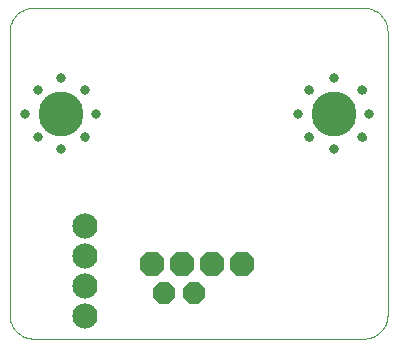
<source format=gbs>
G75*
%MOIN*%
%OFA0B0*%
%FSLAX24Y24*%
%IPPOS*%
%LPD*%
%AMOC8*
5,1,8,0,0,1.08239X$1,22.5*
%
%ADD10C,0.0000*%
%ADD11C,0.0010*%
%ADD12C,0.1497*%
%ADD13OC8,0.0828*%
%ADD14C,0.0316*%
%ADD15OC8,0.0740*%
%ADD16C,0.0840*%
D10*
X000105Y000892D02*
X000105Y010341D01*
X000892Y011129D02*
X011916Y011129D01*
X012703Y010341D02*
X012703Y000892D01*
X011916Y000105D02*
X000892Y000105D01*
X001687Y006424D02*
X001689Y006445D01*
X001695Y006465D01*
X001704Y006485D01*
X001716Y006502D01*
X001731Y006516D01*
X001749Y006528D01*
X001769Y006536D01*
X001789Y006541D01*
X001810Y006542D01*
X001831Y006539D01*
X001851Y006533D01*
X001870Y006522D01*
X001887Y006509D01*
X001900Y006493D01*
X001911Y006475D01*
X001919Y006455D01*
X001923Y006435D01*
X001923Y006413D01*
X001919Y006393D01*
X001911Y006373D01*
X001900Y006355D01*
X001887Y006339D01*
X001870Y006326D01*
X001851Y006315D01*
X001831Y006309D01*
X001810Y006306D01*
X001789Y006307D01*
X001769Y006312D01*
X001749Y006320D01*
X001731Y006332D01*
X001716Y006346D01*
X001704Y006363D01*
X001695Y006383D01*
X001689Y006403D01*
X001687Y006424D01*
X000922Y006818D02*
X000924Y006839D01*
X000930Y006859D01*
X000939Y006879D01*
X000951Y006896D01*
X000966Y006910D01*
X000984Y006922D01*
X001004Y006930D01*
X001024Y006935D01*
X001045Y006936D01*
X001066Y006933D01*
X001086Y006927D01*
X001105Y006916D01*
X001122Y006903D01*
X001135Y006887D01*
X001146Y006869D01*
X001154Y006849D01*
X001158Y006829D01*
X001158Y006807D01*
X001154Y006787D01*
X001146Y006767D01*
X001135Y006749D01*
X001122Y006733D01*
X001105Y006720D01*
X001086Y006709D01*
X001066Y006703D01*
X001045Y006700D01*
X001024Y006701D01*
X001004Y006706D01*
X000984Y006714D01*
X000966Y006726D01*
X000951Y006740D01*
X000939Y006757D01*
X000930Y006777D01*
X000924Y006797D01*
X000922Y006818D01*
X000506Y007605D02*
X000508Y007626D01*
X000514Y007646D01*
X000523Y007666D01*
X000535Y007683D01*
X000550Y007697D01*
X000568Y007709D01*
X000588Y007717D01*
X000608Y007722D01*
X000629Y007723D01*
X000650Y007720D01*
X000670Y007714D01*
X000689Y007703D01*
X000706Y007690D01*
X000719Y007674D01*
X000730Y007656D01*
X000738Y007636D01*
X000742Y007616D01*
X000742Y007594D01*
X000738Y007574D01*
X000730Y007554D01*
X000719Y007536D01*
X000706Y007520D01*
X000689Y007507D01*
X000670Y007496D01*
X000650Y007490D01*
X000629Y007487D01*
X000608Y007488D01*
X000588Y007493D01*
X000568Y007501D01*
X000550Y007513D01*
X000535Y007527D01*
X000523Y007544D01*
X000514Y007564D01*
X000508Y007584D01*
X000506Y007605D01*
X000922Y008392D02*
X000924Y008413D01*
X000930Y008433D01*
X000939Y008453D01*
X000951Y008470D01*
X000966Y008484D01*
X000984Y008496D01*
X001004Y008504D01*
X001024Y008509D01*
X001045Y008510D01*
X001066Y008507D01*
X001086Y008501D01*
X001105Y008490D01*
X001122Y008477D01*
X001135Y008461D01*
X001146Y008443D01*
X001154Y008423D01*
X001158Y008403D01*
X001158Y008381D01*
X001154Y008361D01*
X001146Y008341D01*
X001135Y008323D01*
X001122Y008307D01*
X001105Y008294D01*
X001086Y008283D01*
X001066Y008277D01*
X001045Y008274D01*
X001024Y008275D01*
X001004Y008280D01*
X000984Y008288D01*
X000966Y008300D01*
X000951Y008314D01*
X000939Y008331D01*
X000930Y008351D01*
X000924Y008371D01*
X000922Y008392D01*
X001687Y008786D02*
X001689Y008807D01*
X001695Y008827D01*
X001704Y008847D01*
X001716Y008864D01*
X001731Y008878D01*
X001749Y008890D01*
X001769Y008898D01*
X001789Y008903D01*
X001810Y008904D01*
X001831Y008901D01*
X001851Y008895D01*
X001870Y008884D01*
X001887Y008871D01*
X001900Y008855D01*
X001911Y008837D01*
X001919Y008817D01*
X001923Y008797D01*
X001923Y008775D01*
X001919Y008755D01*
X001911Y008735D01*
X001900Y008717D01*
X001887Y008701D01*
X001870Y008688D01*
X001851Y008677D01*
X001831Y008671D01*
X001810Y008668D01*
X001789Y008669D01*
X001769Y008674D01*
X001749Y008682D01*
X001731Y008694D01*
X001716Y008708D01*
X001704Y008725D01*
X001695Y008745D01*
X001689Y008765D01*
X001687Y008786D01*
X002497Y008392D02*
X002499Y008413D01*
X002505Y008433D01*
X002514Y008453D01*
X002526Y008470D01*
X002541Y008484D01*
X002559Y008496D01*
X002579Y008504D01*
X002599Y008509D01*
X002620Y008510D01*
X002641Y008507D01*
X002661Y008501D01*
X002680Y008490D01*
X002697Y008477D01*
X002710Y008461D01*
X002721Y008443D01*
X002729Y008423D01*
X002733Y008403D01*
X002733Y008381D01*
X002729Y008361D01*
X002721Y008341D01*
X002710Y008323D01*
X002697Y008307D01*
X002680Y008294D01*
X002661Y008283D01*
X002641Y008277D01*
X002620Y008274D01*
X002599Y008275D01*
X002579Y008280D01*
X002559Y008288D01*
X002541Y008300D01*
X002526Y008314D01*
X002514Y008331D01*
X002505Y008351D01*
X002499Y008371D01*
X002497Y008392D01*
X002868Y007605D02*
X002870Y007626D01*
X002876Y007646D01*
X002885Y007666D01*
X002897Y007683D01*
X002912Y007697D01*
X002930Y007709D01*
X002950Y007717D01*
X002970Y007722D01*
X002991Y007723D01*
X003012Y007720D01*
X003032Y007714D01*
X003051Y007703D01*
X003068Y007690D01*
X003081Y007674D01*
X003092Y007656D01*
X003100Y007636D01*
X003104Y007616D01*
X003104Y007594D01*
X003100Y007574D01*
X003092Y007554D01*
X003081Y007536D01*
X003068Y007520D01*
X003051Y007507D01*
X003032Y007496D01*
X003012Y007490D01*
X002991Y007487D01*
X002970Y007488D01*
X002950Y007493D01*
X002930Y007501D01*
X002912Y007513D01*
X002897Y007527D01*
X002885Y007544D01*
X002876Y007564D01*
X002870Y007584D01*
X002868Y007605D01*
X002497Y006818D02*
X002499Y006839D01*
X002505Y006859D01*
X002514Y006879D01*
X002526Y006896D01*
X002541Y006910D01*
X002559Y006922D01*
X002579Y006930D01*
X002599Y006935D01*
X002620Y006936D01*
X002641Y006933D01*
X002661Y006927D01*
X002680Y006916D01*
X002697Y006903D01*
X002710Y006887D01*
X002721Y006869D01*
X002729Y006849D01*
X002733Y006829D01*
X002733Y006807D01*
X002729Y006787D01*
X002721Y006767D01*
X002710Y006749D01*
X002697Y006733D01*
X002680Y006720D01*
X002661Y006709D01*
X002641Y006703D01*
X002620Y006700D01*
X002599Y006701D01*
X002579Y006706D01*
X002559Y006714D01*
X002541Y006726D01*
X002526Y006740D01*
X002514Y006757D01*
X002505Y006777D01*
X002499Y006797D01*
X002497Y006818D01*
X001096Y007605D02*
X001098Y007658D01*
X001104Y007711D01*
X001114Y007763D01*
X001127Y007814D01*
X001145Y007864D01*
X001166Y007913D01*
X001191Y007960D01*
X001219Y008004D01*
X001251Y008047D01*
X001285Y008087D01*
X001323Y008125D01*
X001363Y008159D01*
X001406Y008191D01*
X001451Y008219D01*
X001497Y008244D01*
X001546Y008265D01*
X001596Y008283D01*
X001647Y008296D01*
X001699Y008306D01*
X001752Y008312D01*
X001805Y008314D01*
X001858Y008312D01*
X001911Y008306D01*
X001963Y008296D01*
X002014Y008283D01*
X002064Y008265D01*
X002113Y008244D01*
X002160Y008219D01*
X002204Y008191D01*
X002247Y008159D01*
X002287Y008125D01*
X002325Y008087D01*
X002359Y008047D01*
X002391Y008004D01*
X002419Y007959D01*
X002444Y007913D01*
X002465Y007864D01*
X002483Y007814D01*
X002496Y007763D01*
X002506Y007711D01*
X002512Y007658D01*
X002514Y007605D01*
X002512Y007552D01*
X002506Y007499D01*
X002496Y007447D01*
X002483Y007396D01*
X002465Y007346D01*
X002444Y007297D01*
X002419Y007250D01*
X002391Y007206D01*
X002359Y007163D01*
X002325Y007123D01*
X002287Y007085D01*
X002247Y007051D01*
X002204Y007019D01*
X002159Y006991D01*
X002113Y006966D01*
X002064Y006945D01*
X002014Y006927D01*
X001963Y006914D01*
X001911Y006904D01*
X001858Y006898D01*
X001805Y006896D01*
X001752Y006898D01*
X001699Y006904D01*
X001647Y006914D01*
X001596Y006927D01*
X001546Y006945D01*
X001497Y006966D01*
X001450Y006991D01*
X001406Y007019D01*
X001363Y007051D01*
X001323Y007085D01*
X001285Y007123D01*
X001251Y007163D01*
X001219Y007206D01*
X001191Y007251D01*
X001166Y007297D01*
X001145Y007346D01*
X001127Y007396D01*
X001114Y007447D01*
X001104Y007499D01*
X001098Y007552D01*
X001096Y007605D01*
X009606Y007605D02*
X009608Y007626D01*
X009614Y007646D01*
X009623Y007666D01*
X009635Y007683D01*
X009650Y007697D01*
X009668Y007709D01*
X009688Y007717D01*
X009708Y007722D01*
X009729Y007723D01*
X009750Y007720D01*
X009770Y007714D01*
X009789Y007703D01*
X009806Y007690D01*
X009819Y007674D01*
X009830Y007656D01*
X009838Y007636D01*
X009842Y007616D01*
X009842Y007594D01*
X009838Y007574D01*
X009830Y007554D01*
X009819Y007536D01*
X009806Y007520D01*
X009789Y007507D01*
X009770Y007496D01*
X009750Y007490D01*
X009729Y007487D01*
X009708Y007488D01*
X009688Y007493D01*
X009668Y007501D01*
X009650Y007513D01*
X009635Y007527D01*
X009623Y007544D01*
X009614Y007564D01*
X009608Y007584D01*
X009606Y007605D01*
X009977Y006818D02*
X009979Y006839D01*
X009985Y006859D01*
X009994Y006879D01*
X010006Y006896D01*
X010021Y006910D01*
X010039Y006922D01*
X010059Y006930D01*
X010079Y006935D01*
X010100Y006936D01*
X010121Y006933D01*
X010141Y006927D01*
X010160Y006916D01*
X010177Y006903D01*
X010190Y006887D01*
X010201Y006869D01*
X010209Y006849D01*
X010213Y006829D01*
X010213Y006807D01*
X010209Y006787D01*
X010201Y006767D01*
X010190Y006749D01*
X010177Y006733D01*
X010160Y006720D01*
X010141Y006709D01*
X010121Y006703D01*
X010100Y006700D01*
X010079Y006701D01*
X010059Y006706D01*
X010039Y006714D01*
X010021Y006726D01*
X010006Y006740D01*
X009994Y006757D01*
X009985Y006777D01*
X009979Y006797D01*
X009977Y006818D01*
X010787Y006424D02*
X010789Y006445D01*
X010795Y006465D01*
X010804Y006485D01*
X010816Y006502D01*
X010831Y006516D01*
X010849Y006528D01*
X010869Y006536D01*
X010889Y006541D01*
X010910Y006542D01*
X010931Y006539D01*
X010951Y006533D01*
X010970Y006522D01*
X010987Y006509D01*
X011000Y006493D01*
X011011Y006475D01*
X011019Y006455D01*
X011023Y006435D01*
X011023Y006413D01*
X011019Y006393D01*
X011011Y006373D01*
X011000Y006355D01*
X010987Y006339D01*
X010970Y006326D01*
X010951Y006315D01*
X010931Y006309D01*
X010910Y006306D01*
X010889Y006307D01*
X010869Y006312D01*
X010849Y006320D01*
X010831Y006332D01*
X010816Y006346D01*
X010804Y006363D01*
X010795Y006383D01*
X010789Y006403D01*
X010787Y006424D01*
X010196Y007605D02*
X010198Y007658D01*
X010204Y007711D01*
X010214Y007763D01*
X010227Y007814D01*
X010245Y007864D01*
X010266Y007913D01*
X010291Y007960D01*
X010319Y008004D01*
X010351Y008047D01*
X010385Y008087D01*
X010423Y008125D01*
X010463Y008159D01*
X010506Y008191D01*
X010551Y008219D01*
X010597Y008244D01*
X010646Y008265D01*
X010696Y008283D01*
X010747Y008296D01*
X010799Y008306D01*
X010852Y008312D01*
X010905Y008314D01*
X010958Y008312D01*
X011011Y008306D01*
X011063Y008296D01*
X011114Y008283D01*
X011164Y008265D01*
X011213Y008244D01*
X011260Y008219D01*
X011304Y008191D01*
X011347Y008159D01*
X011387Y008125D01*
X011425Y008087D01*
X011459Y008047D01*
X011491Y008004D01*
X011519Y007959D01*
X011544Y007913D01*
X011565Y007864D01*
X011583Y007814D01*
X011596Y007763D01*
X011606Y007711D01*
X011612Y007658D01*
X011614Y007605D01*
X011612Y007552D01*
X011606Y007499D01*
X011596Y007447D01*
X011583Y007396D01*
X011565Y007346D01*
X011544Y007297D01*
X011519Y007250D01*
X011491Y007206D01*
X011459Y007163D01*
X011425Y007123D01*
X011387Y007085D01*
X011347Y007051D01*
X011304Y007019D01*
X011259Y006991D01*
X011213Y006966D01*
X011164Y006945D01*
X011114Y006927D01*
X011063Y006914D01*
X011011Y006904D01*
X010958Y006898D01*
X010905Y006896D01*
X010852Y006898D01*
X010799Y006904D01*
X010747Y006914D01*
X010696Y006927D01*
X010646Y006945D01*
X010597Y006966D01*
X010550Y006991D01*
X010506Y007019D01*
X010463Y007051D01*
X010423Y007085D01*
X010385Y007123D01*
X010351Y007163D01*
X010319Y007206D01*
X010291Y007251D01*
X010266Y007297D01*
X010245Y007346D01*
X010227Y007396D01*
X010214Y007447D01*
X010204Y007499D01*
X010198Y007552D01*
X010196Y007605D01*
X009977Y008392D02*
X009979Y008413D01*
X009985Y008433D01*
X009994Y008453D01*
X010006Y008470D01*
X010021Y008484D01*
X010039Y008496D01*
X010059Y008504D01*
X010079Y008509D01*
X010100Y008510D01*
X010121Y008507D01*
X010141Y008501D01*
X010160Y008490D01*
X010177Y008477D01*
X010190Y008461D01*
X010201Y008443D01*
X010209Y008423D01*
X010213Y008403D01*
X010213Y008381D01*
X010209Y008361D01*
X010201Y008341D01*
X010190Y008323D01*
X010177Y008307D01*
X010160Y008294D01*
X010141Y008283D01*
X010121Y008277D01*
X010100Y008274D01*
X010079Y008275D01*
X010059Y008280D01*
X010039Y008288D01*
X010021Y008300D01*
X010006Y008314D01*
X009994Y008331D01*
X009985Y008351D01*
X009979Y008371D01*
X009977Y008392D01*
X010787Y008786D02*
X010789Y008807D01*
X010795Y008827D01*
X010804Y008847D01*
X010816Y008864D01*
X010831Y008878D01*
X010849Y008890D01*
X010869Y008898D01*
X010889Y008903D01*
X010910Y008904D01*
X010931Y008901D01*
X010951Y008895D01*
X010970Y008884D01*
X010987Y008871D01*
X011000Y008855D01*
X011011Y008837D01*
X011019Y008817D01*
X011023Y008797D01*
X011023Y008775D01*
X011019Y008755D01*
X011011Y008735D01*
X011000Y008717D01*
X010987Y008701D01*
X010970Y008688D01*
X010951Y008677D01*
X010931Y008671D01*
X010910Y008668D01*
X010889Y008669D01*
X010869Y008674D01*
X010849Y008682D01*
X010831Y008694D01*
X010816Y008708D01*
X010804Y008725D01*
X010795Y008745D01*
X010789Y008765D01*
X010787Y008786D01*
X011749Y008392D02*
X011751Y008413D01*
X011757Y008433D01*
X011766Y008453D01*
X011778Y008470D01*
X011793Y008484D01*
X011811Y008496D01*
X011831Y008504D01*
X011851Y008509D01*
X011872Y008510D01*
X011893Y008507D01*
X011913Y008501D01*
X011932Y008490D01*
X011949Y008477D01*
X011962Y008461D01*
X011973Y008443D01*
X011981Y008423D01*
X011985Y008403D01*
X011985Y008381D01*
X011981Y008361D01*
X011973Y008341D01*
X011962Y008323D01*
X011949Y008307D01*
X011932Y008294D01*
X011913Y008283D01*
X011893Y008277D01*
X011872Y008274D01*
X011851Y008275D01*
X011831Y008280D01*
X011811Y008288D01*
X011793Y008300D01*
X011778Y008314D01*
X011766Y008331D01*
X011757Y008351D01*
X011751Y008371D01*
X011749Y008392D01*
X011968Y007605D02*
X011970Y007626D01*
X011976Y007646D01*
X011985Y007666D01*
X011997Y007683D01*
X012012Y007697D01*
X012030Y007709D01*
X012050Y007717D01*
X012070Y007722D01*
X012091Y007723D01*
X012112Y007720D01*
X012132Y007714D01*
X012151Y007703D01*
X012168Y007690D01*
X012181Y007674D01*
X012192Y007656D01*
X012200Y007636D01*
X012204Y007616D01*
X012204Y007594D01*
X012200Y007574D01*
X012192Y007554D01*
X012181Y007536D01*
X012168Y007520D01*
X012151Y007507D01*
X012132Y007496D01*
X012112Y007490D01*
X012091Y007487D01*
X012070Y007488D01*
X012050Y007493D01*
X012030Y007501D01*
X012012Y007513D01*
X011997Y007527D01*
X011985Y007544D01*
X011976Y007564D01*
X011970Y007584D01*
X011968Y007605D01*
X011749Y006818D02*
X011751Y006839D01*
X011757Y006859D01*
X011766Y006879D01*
X011778Y006896D01*
X011793Y006910D01*
X011811Y006922D01*
X011831Y006930D01*
X011851Y006935D01*
X011872Y006936D01*
X011893Y006933D01*
X011913Y006927D01*
X011932Y006916D01*
X011949Y006903D01*
X011962Y006887D01*
X011973Y006869D01*
X011981Y006849D01*
X011985Y006829D01*
X011985Y006807D01*
X011981Y006787D01*
X011973Y006767D01*
X011962Y006749D01*
X011949Y006733D01*
X011932Y006720D01*
X011913Y006709D01*
X011893Y006703D01*
X011872Y006700D01*
X011851Y006701D01*
X011831Y006706D01*
X011811Y006714D01*
X011793Y006726D01*
X011778Y006740D01*
X011766Y006757D01*
X011757Y006777D01*
X011751Y006797D01*
X011749Y006818D01*
D11*
X012703Y010341D02*
X012701Y010395D01*
X012696Y010448D01*
X012687Y010501D01*
X012674Y010553D01*
X012658Y010605D01*
X012638Y010655D01*
X012615Y010703D01*
X012588Y010750D01*
X012559Y010795D01*
X012526Y010838D01*
X012491Y010878D01*
X012453Y010916D01*
X012413Y010951D01*
X012370Y010984D01*
X012325Y011013D01*
X012278Y011040D01*
X012230Y011063D01*
X012180Y011083D01*
X012128Y011099D01*
X012076Y011112D01*
X012023Y011121D01*
X011970Y011126D01*
X011916Y011128D01*
X012703Y000892D02*
X012701Y000838D01*
X012696Y000785D01*
X012687Y000732D01*
X012674Y000680D01*
X012658Y000628D01*
X012638Y000578D01*
X012615Y000530D01*
X012588Y000483D01*
X012559Y000438D01*
X012526Y000395D01*
X012491Y000355D01*
X012453Y000317D01*
X012413Y000282D01*
X012370Y000249D01*
X012325Y000220D01*
X012278Y000193D01*
X012230Y000170D01*
X012180Y000150D01*
X012128Y000134D01*
X012076Y000121D01*
X012023Y000112D01*
X011970Y000107D01*
X011916Y000105D01*
X000892Y000105D02*
X000838Y000107D01*
X000785Y000112D01*
X000732Y000121D01*
X000680Y000134D01*
X000628Y000150D01*
X000578Y000170D01*
X000530Y000193D01*
X000483Y000220D01*
X000438Y000249D01*
X000395Y000282D01*
X000355Y000317D01*
X000317Y000355D01*
X000282Y000395D01*
X000249Y000438D01*
X000220Y000483D01*
X000193Y000530D01*
X000170Y000578D01*
X000150Y000628D01*
X000134Y000680D01*
X000121Y000732D01*
X000112Y000785D01*
X000107Y000838D01*
X000105Y000892D01*
X000105Y010341D02*
X000107Y010395D01*
X000112Y010448D01*
X000121Y010501D01*
X000134Y010553D01*
X000150Y010605D01*
X000170Y010655D01*
X000193Y010703D01*
X000220Y010750D01*
X000249Y010795D01*
X000282Y010838D01*
X000317Y010878D01*
X000355Y010916D01*
X000395Y010951D01*
X000438Y010984D01*
X000483Y011013D01*
X000530Y011040D01*
X000578Y011063D01*
X000628Y011083D01*
X000680Y011099D01*
X000732Y011112D01*
X000785Y011121D01*
X000838Y011126D01*
X000892Y011128D01*
D12*
X001805Y007605D03*
X010905Y007605D03*
D13*
X007855Y002605D03*
X006855Y002605D03*
X005855Y002605D03*
X004855Y002605D03*
D14*
X001805Y006424D03*
X001040Y006818D03*
X000624Y007605D03*
X001040Y008392D03*
X001805Y008786D03*
X002615Y008392D03*
X002986Y007605D03*
X002615Y006818D03*
X009724Y007605D03*
X010095Y006818D03*
X010905Y006424D03*
X011867Y006818D03*
X012086Y007605D03*
X011867Y008392D03*
X010905Y008786D03*
X010095Y008392D03*
D15*
X006264Y001640D03*
X005264Y001640D03*
D16*
X002605Y001855D03*
X002605Y002855D03*
X002605Y003855D03*
X002605Y000855D03*
M02*

</source>
